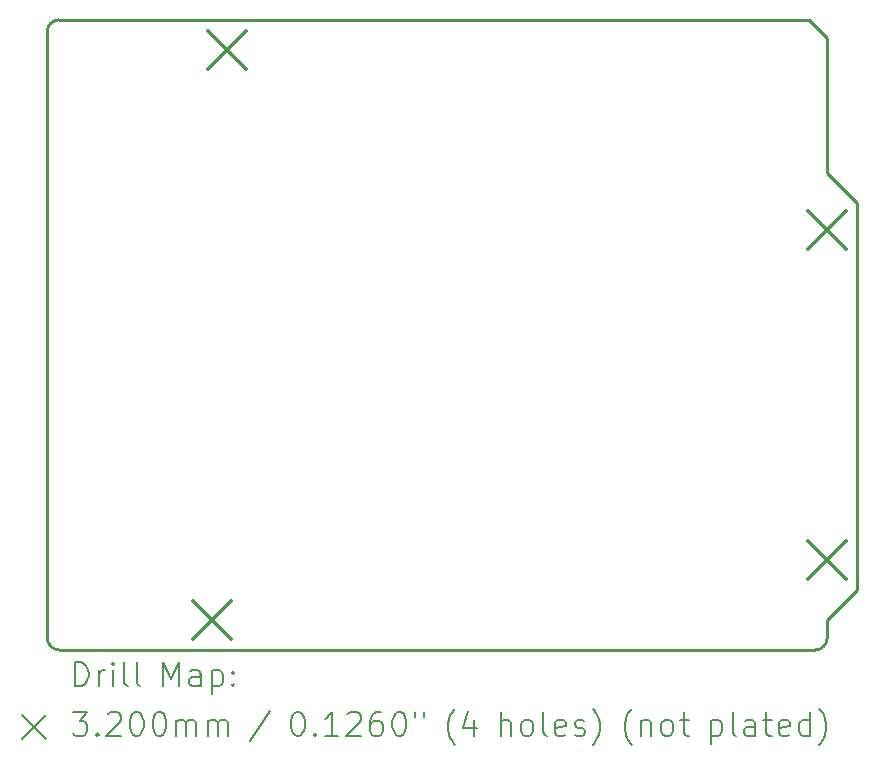
<source format=gbr>
%TF.GenerationSoftware,KiCad,Pcbnew,(7.0.0-0)*%
%TF.CreationDate,2023-02-27T08:41:11+01:00*%
%TF.ProjectId,Leonardo_Rev3e,4c656f6e-6172-4646-9f5f-52657633652e,3d*%
%TF.SameCoordinates,Original*%
%TF.FileFunction,Drillmap*%
%TF.FilePolarity,Positive*%
%FSLAX45Y45*%
G04 Gerber Fmt 4.5, Leading zero omitted, Abs format (unit mm)*
G04 Created by KiCad (PCBNEW (7.0.0-0)) date 2023-02-27 08:41:11*
%MOMM*%
%LPD*%
G01*
G04 APERTURE LIST*
%ADD10C,0.254000*%
%ADD11C,0.200000*%
%ADD12C,0.320000*%
G04 APERTURE END LIST*
D10*
X18025110Y-12913360D02*
X18025110Y-13067360D01*
X18025110Y-9128760D02*
X18279110Y-9382760D01*
X11421110Y-13067360D02*
X11421110Y-7933360D01*
X17872710Y-7833360D02*
X18025110Y-7985760D01*
X18279110Y-9382760D02*
X18279110Y-12659360D01*
X11421110Y-13067360D02*
G75*
G03*
X11521110Y-13167360I100000J0D01*
G01*
X18025110Y-7985760D02*
X18025110Y-9128760D01*
X11521110Y-7833360D02*
X17872710Y-7833360D01*
X17925110Y-13167360D02*
X11521110Y-13167360D01*
X11521110Y-7833360D02*
G75*
G03*
X11421110Y-7933360I0J-100000D01*
G01*
X17925110Y-13167360D02*
G75*
G03*
X18025110Y-13067360I0J100000D01*
G01*
X18279110Y-12659360D02*
X18025110Y-12913360D01*
D11*
D12*
X12658110Y-12753360D02*
X12978110Y-13073360D01*
X12978110Y-12753360D02*
X12658110Y-13073360D01*
X12785110Y-7927360D02*
X13105110Y-8247360D01*
X13105110Y-7927360D02*
X12785110Y-8247360D01*
X17865110Y-9451360D02*
X18185110Y-9771360D01*
X18185110Y-9451360D02*
X17865110Y-9771360D01*
X17865110Y-12245360D02*
X18185110Y-12565360D01*
X18185110Y-12245360D02*
X17865110Y-12565360D01*
D11*
X11656029Y-13473536D02*
X11656029Y-13273536D01*
X11656029Y-13273536D02*
X11703648Y-13273536D01*
X11703648Y-13273536D02*
X11732219Y-13283060D01*
X11732219Y-13283060D02*
X11751267Y-13302108D01*
X11751267Y-13302108D02*
X11760791Y-13321155D01*
X11760791Y-13321155D02*
X11770315Y-13359250D01*
X11770315Y-13359250D02*
X11770315Y-13387822D01*
X11770315Y-13387822D02*
X11760791Y-13425917D01*
X11760791Y-13425917D02*
X11751267Y-13444965D01*
X11751267Y-13444965D02*
X11732219Y-13464012D01*
X11732219Y-13464012D02*
X11703648Y-13473536D01*
X11703648Y-13473536D02*
X11656029Y-13473536D01*
X11856029Y-13473536D02*
X11856029Y-13340203D01*
X11856029Y-13378298D02*
X11865553Y-13359250D01*
X11865553Y-13359250D02*
X11875077Y-13349727D01*
X11875077Y-13349727D02*
X11894124Y-13340203D01*
X11894124Y-13340203D02*
X11913172Y-13340203D01*
X11979838Y-13473536D02*
X11979838Y-13340203D01*
X11979838Y-13273536D02*
X11970315Y-13283060D01*
X11970315Y-13283060D02*
X11979838Y-13292584D01*
X11979838Y-13292584D02*
X11989362Y-13283060D01*
X11989362Y-13283060D02*
X11979838Y-13273536D01*
X11979838Y-13273536D02*
X11979838Y-13292584D01*
X12103648Y-13473536D02*
X12084600Y-13464012D01*
X12084600Y-13464012D02*
X12075077Y-13444965D01*
X12075077Y-13444965D02*
X12075077Y-13273536D01*
X12208410Y-13473536D02*
X12189362Y-13464012D01*
X12189362Y-13464012D02*
X12179838Y-13444965D01*
X12179838Y-13444965D02*
X12179838Y-13273536D01*
X12404600Y-13473536D02*
X12404600Y-13273536D01*
X12404600Y-13273536D02*
X12471267Y-13416393D01*
X12471267Y-13416393D02*
X12537934Y-13273536D01*
X12537934Y-13273536D02*
X12537934Y-13473536D01*
X12718886Y-13473536D02*
X12718886Y-13368774D01*
X12718886Y-13368774D02*
X12709362Y-13349727D01*
X12709362Y-13349727D02*
X12690315Y-13340203D01*
X12690315Y-13340203D02*
X12652219Y-13340203D01*
X12652219Y-13340203D02*
X12633172Y-13349727D01*
X12718886Y-13464012D02*
X12699838Y-13473536D01*
X12699838Y-13473536D02*
X12652219Y-13473536D01*
X12652219Y-13473536D02*
X12633172Y-13464012D01*
X12633172Y-13464012D02*
X12623648Y-13444965D01*
X12623648Y-13444965D02*
X12623648Y-13425917D01*
X12623648Y-13425917D02*
X12633172Y-13406869D01*
X12633172Y-13406869D02*
X12652219Y-13397346D01*
X12652219Y-13397346D02*
X12699838Y-13397346D01*
X12699838Y-13397346D02*
X12718886Y-13387822D01*
X12814124Y-13340203D02*
X12814124Y-13540203D01*
X12814124Y-13349727D02*
X12833172Y-13340203D01*
X12833172Y-13340203D02*
X12871267Y-13340203D01*
X12871267Y-13340203D02*
X12890315Y-13349727D01*
X12890315Y-13349727D02*
X12899838Y-13359250D01*
X12899838Y-13359250D02*
X12909362Y-13378298D01*
X12909362Y-13378298D02*
X12909362Y-13435441D01*
X12909362Y-13435441D02*
X12899838Y-13454488D01*
X12899838Y-13454488D02*
X12890315Y-13464012D01*
X12890315Y-13464012D02*
X12871267Y-13473536D01*
X12871267Y-13473536D02*
X12833172Y-13473536D01*
X12833172Y-13473536D02*
X12814124Y-13464012D01*
X12995077Y-13454488D02*
X13004600Y-13464012D01*
X13004600Y-13464012D02*
X12995077Y-13473536D01*
X12995077Y-13473536D02*
X12985553Y-13464012D01*
X12985553Y-13464012D02*
X12995077Y-13454488D01*
X12995077Y-13454488D02*
X12995077Y-13473536D01*
X12995077Y-13349727D02*
X13004600Y-13359250D01*
X13004600Y-13359250D02*
X12995077Y-13368774D01*
X12995077Y-13368774D02*
X12985553Y-13359250D01*
X12985553Y-13359250D02*
X12995077Y-13349727D01*
X12995077Y-13349727D02*
X12995077Y-13368774D01*
X11208410Y-13720060D02*
X11408410Y-13920060D01*
X11408410Y-13720060D02*
X11208410Y-13920060D01*
X11636981Y-13693536D02*
X11760791Y-13693536D01*
X11760791Y-13693536D02*
X11694124Y-13769727D01*
X11694124Y-13769727D02*
X11722696Y-13769727D01*
X11722696Y-13769727D02*
X11741743Y-13779250D01*
X11741743Y-13779250D02*
X11751267Y-13788774D01*
X11751267Y-13788774D02*
X11760791Y-13807822D01*
X11760791Y-13807822D02*
X11760791Y-13855441D01*
X11760791Y-13855441D02*
X11751267Y-13874488D01*
X11751267Y-13874488D02*
X11741743Y-13884012D01*
X11741743Y-13884012D02*
X11722696Y-13893536D01*
X11722696Y-13893536D02*
X11665553Y-13893536D01*
X11665553Y-13893536D02*
X11646505Y-13884012D01*
X11646505Y-13884012D02*
X11636981Y-13874488D01*
X11846505Y-13874488D02*
X11856029Y-13884012D01*
X11856029Y-13884012D02*
X11846505Y-13893536D01*
X11846505Y-13893536D02*
X11836981Y-13884012D01*
X11836981Y-13884012D02*
X11846505Y-13874488D01*
X11846505Y-13874488D02*
X11846505Y-13893536D01*
X11932219Y-13712584D02*
X11941743Y-13703060D01*
X11941743Y-13703060D02*
X11960791Y-13693536D01*
X11960791Y-13693536D02*
X12008410Y-13693536D01*
X12008410Y-13693536D02*
X12027458Y-13703060D01*
X12027458Y-13703060D02*
X12036981Y-13712584D01*
X12036981Y-13712584D02*
X12046505Y-13731631D01*
X12046505Y-13731631D02*
X12046505Y-13750679D01*
X12046505Y-13750679D02*
X12036981Y-13779250D01*
X12036981Y-13779250D02*
X11922696Y-13893536D01*
X11922696Y-13893536D02*
X12046505Y-13893536D01*
X12170315Y-13693536D02*
X12189362Y-13693536D01*
X12189362Y-13693536D02*
X12208410Y-13703060D01*
X12208410Y-13703060D02*
X12217934Y-13712584D01*
X12217934Y-13712584D02*
X12227458Y-13731631D01*
X12227458Y-13731631D02*
X12236981Y-13769727D01*
X12236981Y-13769727D02*
X12236981Y-13817346D01*
X12236981Y-13817346D02*
X12227458Y-13855441D01*
X12227458Y-13855441D02*
X12217934Y-13874488D01*
X12217934Y-13874488D02*
X12208410Y-13884012D01*
X12208410Y-13884012D02*
X12189362Y-13893536D01*
X12189362Y-13893536D02*
X12170315Y-13893536D01*
X12170315Y-13893536D02*
X12151267Y-13884012D01*
X12151267Y-13884012D02*
X12141743Y-13874488D01*
X12141743Y-13874488D02*
X12132219Y-13855441D01*
X12132219Y-13855441D02*
X12122696Y-13817346D01*
X12122696Y-13817346D02*
X12122696Y-13769727D01*
X12122696Y-13769727D02*
X12132219Y-13731631D01*
X12132219Y-13731631D02*
X12141743Y-13712584D01*
X12141743Y-13712584D02*
X12151267Y-13703060D01*
X12151267Y-13703060D02*
X12170315Y-13693536D01*
X12360791Y-13693536D02*
X12379839Y-13693536D01*
X12379839Y-13693536D02*
X12398886Y-13703060D01*
X12398886Y-13703060D02*
X12408410Y-13712584D01*
X12408410Y-13712584D02*
X12417934Y-13731631D01*
X12417934Y-13731631D02*
X12427458Y-13769727D01*
X12427458Y-13769727D02*
X12427458Y-13817346D01*
X12427458Y-13817346D02*
X12417934Y-13855441D01*
X12417934Y-13855441D02*
X12408410Y-13874488D01*
X12408410Y-13874488D02*
X12398886Y-13884012D01*
X12398886Y-13884012D02*
X12379839Y-13893536D01*
X12379839Y-13893536D02*
X12360791Y-13893536D01*
X12360791Y-13893536D02*
X12341743Y-13884012D01*
X12341743Y-13884012D02*
X12332219Y-13874488D01*
X12332219Y-13874488D02*
X12322696Y-13855441D01*
X12322696Y-13855441D02*
X12313172Y-13817346D01*
X12313172Y-13817346D02*
X12313172Y-13769727D01*
X12313172Y-13769727D02*
X12322696Y-13731631D01*
X12322696Y-13731631D02*
X12332219Y-13712584D01*
X12332219Y-13712584D02*
X12341743Y-13703060D01*
X12341743Y-13703060D02*
X12360791Y-13693536D01*
X12513172Y-13893536D02*
X12513172Y-13760203D01*
X12513172Y-13779250D02*
X12522696Y-13769727D01*
X12522696Y-13769727D02*
X12541743Y-13760203D01*
X12541743Y-13760203D02*
X12570315Y-13760203D01*
X12570315Y-13760203D02*
X12589362Y-13769727D01*
X12589362Y-13769727D02*
X12598886Y-13788774D01*
X12598886Y-13788774D02*
X12598886Y-13893536D01*
X12598886Y-13788774D02*
X12608410Y-13769727D01*
X12608410Y-13769727D02*
X12627458Y-13760203D01*
X12627458Y-13760203D02*
X12656029Y-13760203D01*
X12656029Y-13760203D02*
X12675077Y-13769727D01*
X12675077Y-13769727D02*
X12684600Y-13788774D01*
X12684600Y-13788774D02*
X12684600Y-13893536D01*
X12779839Y-13893536D02*
X12779839Y-13760203D01*
X12779839Y-13779250D02*
X12789362Y-13769727D01*
X12789362Y-13769727D02*
X12808410Y-13760203D01*
X12808410Y-13760203D02*
X12836981Y-13760203D01*
X12836981Y-13760203D02*
X12856029Y-13769727D01*
X12856029Y-13769727D02*
X12865553Y-13788774D01*
X12865553Y-13788774D02*
X12865553Y-13893536D01*
X12865553Y-13788774D02*
X12875077Y-13769727D01*
X12875077Y-13769727D02*
X12894124Y-13760203D01*
X12894124Y-13760203D02*
X12922696Y-13760203D01*
X12922696Y-13760203D02*
X12941743Y-13769727D01*
X12941743Y-13769727D02*
X12951267Y-13788774D01*
X12951267Y-13788774D02*
X12951267Y-13893536D01*
X13309362Y-13684012D02*
X13137934Y-13941155D01*
X13534124Y-13693536D02*
X13553172Y-13693536D01*
X13553172Y-13693536D02*
X13572220Y-13703060D01*
X13572220Y-13703060D02*
X13581743Y-13712584D01*
X13581743Y-13712584D02*
X13591267Y-13731631D01*
X13591267Y-13731631D02*
X13600791Y-13769727D01*
X13600791Y-13769727D02*
X13600791Y-13817346D01*
X13600791Y-13817346D02*
X13591267Y-13855441D01*
X13591267Y-13855441D02*
X13581743Y-13874488D01*
X13581743Y-13874488D02*
X13572220Y-13884012D01*
X13572220Y-13884012D02*
X13553172Y-13893536D01*
X13553172Y-13893536D02*
X13534124Y-13893536D01*
X13534124Y-13893536D02*
X13515077Y-13884012D01*
X13515077Y-13884012D02*
X13505553Y-13874488D01*
X13505553Y-13874488D02*
X13496029Y-13855441D01*
X13496029Y-13855441D02*
X13486505Y-13817346D01*
X13486505Y-13817346D02*
X13486505Y-13769727D01*
X13486505Y-13769727D02*
X13496029Y-13731631D01*
X13496029Y-13731631D02*
X13505553Y-13712584D01*
X13505553Y-13712584D02*
X13515077Y-13703060D01*
X13515077Y-13703060D02*
X13534124Y-13693536D01*
X13686505Y-13874488D02*
X13696029Y-13884012D01*
X13696029Y-13884012D02*
X13686505Y-13893536D01*
X13686505Y-13893536D02*
X13676981Y-13884012D01*
X13676981Y-13884012D02*
X13686505Y-13874488D01*
X13686505Y-13874488D02*
X13686505Y-13893536D01*
X13886505Y-13893536D02*
X13772220Y-13893536D01*
X13829362Y-13893536D02*
X13829362Y-13693536D01*
X13829362Y-13693536D02*
X13810315Y-13722108D01*
X13810315Y-13722108D02*
X13791267Y-13741155D01*
X13791267Y-13741155D02*
X13772220Y-13750679D01*
X13962696Y-13712584D02*
X13972220Y-13703060D01*
X13972220Y-13703060D02*
X13991267Y-13693536D01*
X13991267Y-13693536D02*
X14038886Y-13693536D01*
X14038886Y-13693536D02*
X14057934Y-13703060D01*
X14057934Y-13703060D02*
X14067458Y-13712584D01*
X14067458Y-13712584D02*
X14076981Y-13731631D01*
X14076981Y-13731631D02*
X14076981Y-13750679D01*
X14076981Y-13750679D02*
X14067458Y-13779250D01*
X14067458Y-13779250D02*
X13953172Y-13893536D01*
X13953172Y-13893536D02*
X14076981Y-13893536D01*
X14248410Y-13693536D02*
X14210315Y-13693536D01*
X14210315Y-13693536D02*
X14191267Y-13703060D01*
X14191267Y-13703060D02*
X14181743Y-13712584D01*
X14181743Y-13712584D02*
X14162696Y-13741155D01*
X14162696Y-13741155D02*
X14153172Y-13779250D01*
X14153172Y-13779250D02*
X14153172Y-13855441D01*
X14153172Y-13855441D02*
X14162696Y-13874488D01*
X14162696Y-13874488D02*
X14172220Y-13884012D01*
X14172220Y-13884012D02*
X14191267Y-13893536D01*
X14191267Y-13893536D02*
X14229362Y-13893536D01*
X14229362Y-13893536D02*
X14248410Y-13884012D01*
X14248410Y-13884012D02*
X14257934Y-13874488D01*
X14257934Y-13874488D02*
X14267458Y-13855441D01*
X14267458Y-13855441D02*
X14267458Y-13807822D01*
X14267458Y-13807822D02*
X14257934Y-13788774D01*
X14257934Y-13788774D02*
X14248410Y-13779250D01*
X14248410Y-13779250D02*
X14229362Y-13769727D01*
X14229362Y-13769727D02*
X14191267Y-13769727D01*
X14191267Y-13769727D02*
X14172220Y-13779250D01*
X14172220Y-13779250D02*
X14162696Y-13788774D01*
X14162696Y-13788774D02*
X14153172Y-13807822D01*
X14391267Y-13693536D02*
X14410315Y-13693536D01*
X14410315Y-13693536D02*
X14429362Y-13703060D01*
X14429362Y-13703060D02*
X14438886Y-13712584D01*
X14438886Y-13712584D02*
X14448410Y-13731631D01*
X14448410Y-13731631D02*
X14457934Y-13769727D01*
X14457934Y-13769727D02*
X14457934Y-13817346D01*
X14457934Y-13817346D02*
X14448410Y-13855441D01*
X14448410Y-13855441D02*
X14438886Y-13874488D01*
X14438886Y-13874488D02*
X14429362Y-13884012D01*
X14429362Y-13884012D02*
X14410315Y-13893536D01*
X14410315Y-13893536D02*
X14391267Y-13893536D01*
X14391267Y-13893536D02*
X14372220Y-13884012D01*
X14372220Y-13884012D02*
X14362696Y-13874488D01*
X14362696Y-13874488D02*
X14353172Y-13855441D01*
X14353172Y-13855441D02*
X14343648Y-13817346D01*
X14343648Y-13817346D02*
X14343648Y-13769727D01*
X14343648Y-13769727D02*
X14353172Y-13731631D01*
X14353172Y-13731631D02*
X14362696Y-13712584D01*
X14362696Y-13712584D02*
X14372220Y-13703060D01*
X14372220Y-13703060D02*
X14391267Y-13693536D01*
X14534124Y-13693536D02*
X14534124Y-13731631D01*
X14610315Y-13693536D02*
X14610315Y-13731631D01*
X14873172Y-13969727D02*
X14863648Y-13960203D01*
X14863648Y-13960203D02*
X14844601Y-13931631D01*
X14844601Y-13931631D02*
X14835077Y-13912584D01*
X14835077Y-13912584D02*
X14825553Y-13884012D01*
X14825553Y-13884012D02*
X14816029Y-13836393D01*
X14816029Y-13836393D02*
X14816029Y-13798298D01*
X14816029Y-13798298D02*
X14825553Y-13750679D01*
X14825553Y-13750679D02*
X14835077Y-13722108D01*
X14835077Y-13722108D02*
X14844601Y-13703060D01*
X14844601Y-13703060D02*
X14863648Y-13674488D01*
X14863648Y-13674488D02*
X14873172Y-13664965D01*
X15035077Y-13760203D02*
X15035077Y-13893536D01*
X14987458Y-13684012D02*
X14939839Y-13826869D01*
X14939839Y-13826869D02*
X15063648Y-13826869D01*
X15259839Y-13893536D02*
X15259839Y-13693536D01*
X15345553Y-13893536D02*
X15345553Y-13788774D01*
X15345553Y-13788774D02*
X15336029Y-13769727D01*
X15336029Y-13769727D02*
X15316982Y-13760203D01*
X15316982Y-13760203D02*
X15288410Y-13760203D01*
X15288410Y-13760203D02*
X15269362Y-13769727D01*
X15269362Y-13769727D02*
X15259839Y-13779250D01*
X15469362Y-13893536D02*
X15450315Y-13884012D01*
X15450315Y-13884012D02*
X15440791Y-13874488D01*
X15440791Y-13874488D02*
X15431267Y-13855441D01*
X15431267Y-13855441D02*
X15431267Y-13798298D01*
X15431267Y-13798298D02*
X15440791Y-13779250D01*
X15440791Y-13779250D02*
X15450315Y-13769727D01*
X15450315Y-13769727D02*
X15469362Y-13760203D01*
X15469362Y-13760203D02*
X15497934Y-13760203D01*
X15497934Y-13760203D02*
X15516982Y-13769727D01*
X15516982Y-13769727D02*
X15526505Y-13779250D01*
X15526505Y-13779250D02*
X15536029Y-13798298D01*
X15536029Y-13798298D02*
X15536029Y-13855441D01*
X15536029Y-13855441D02*
X15526505Y-13874488D01*
X15526505Y-13874488D02*
X15516982Y-13884012D01*
X15516982Y-13884012D02*
X15497934Y-13893536D01*
X15497934Y-13893536D02*
X15469362Y-13893536D01*
X15650315Y-13893536D02*
X15631267Y-13884012D01*
X15631267Y-13884012D02*
X15621743Y-13864965D01*
X15621743Y-13864965D02*
X15621743Y-13693536D01*
X15802696Y-13884012D02*
X15783648Y-13893536D01*
X15783648Y-13893536D02*
X15745553Y-13893536D01*
X15745553Y-13893536D02*
X15726505Y-13884012D01*
X15726505Y-13884012D02*
X15716982Y-13864965D01*
X15716982Y-13864965D02*
X15716982Y-13788774D01*
X15716982Y-13788774D02*
X15726505Y-13769727D01*
X15726505Y-13769727D02*
X15745553Y-13760203D01*
X15745553Y-13760203D02*
X15783648Y-13760203D01*
X15783648Y-13760203D02*
X15802696Y-13769727D01*
X15802696Y-13769727D02*
X15812220Y-13788774D01*
X15812220Y-13788774D02*
X15812220Y-13807822D01*
X15812220Y-13807822D02*
X15716982Y-13826869D01*
X15888410Y-13884012D02*
X15907458Y-13893536D01*
X15907458Y-13893536D02*
X15945553Y-13893536D01*
X15945553Y-13893536D02*
X15964601Y-13884012D01*
X15964601Y-13884012D02*
X15974124Y-13864965D01*
X15974124Y-13864965D02*
X15974124Y-13855441D01*
X15974124Y-13855441D02*
X15964601Y-13836393D01*
X15964601Y-13836393D02*
X15945553Y-13826869D01*
X15945553Y-13826869D02*
X15916982Y-13826869D01*
X15916982Y-13826869D02*
X15897934Y-13817346D01*
X15897934Y-13817346D02*
X15888410Y-13798298D01*
X15888410Y-13798298D02*
X15888410Y-13788774D01*
X15888410Y-13788774D02*
X15897934Y-13769727D01*
X15897934Y-13769727D02*
X15916982Y-13760203D01*
X15916982Y-13760203D02*
X15945553Y-13760203D01*
X15945553Y-13760203D02*
X15964601Y-13769727D01*
X16040791Y-13969727D02*
X16050315Y-13960203D01*
X16050315Y-13960203D02*
X16069363Y-13931631D01*
X16069363Y-13931631D02*
X16078886Y-13912584D01*
X16078886Y-13912584D02*
X16088410Y-13884012D01*
X16088410Y-13884012D02*
X16097934Y-13836393D01*
X16097934Y-13836393D02*
X16097934Y-13798298D01*
X16097934Y-13798298D02*
X16088410Y-13750679D01*
X16088410Y-13750679D02*
X16078886Y-13722108D01*
X16078886Y-13722108D02*
X16069363Y-13703060D01*
X16069363Y-13703060D02*
X16050315Y-13674488D01*
X16050315Y-13674488D02*
X16040791Y-13664965D01*
X16370315Y-13969727D02*
X16360791Y-13960203D01*
X16360791Y-13960203D02*
X16341743Y-13931631D01*
X16341743Y-13931631D02*
X16332220Y-13912584D01*
X16332220Y-13912584D02*
X16322696Y-13884012D01*
X16322696Y-13884012D02*
X16313172Y-13836393D01*
X16313172Y-13836393D02*
X16313172Y-13798298D01*
X16313172Y-13798298D02*
X16322696Y-13750679D01*
X16322696Y-13750679D02*
X16332220Y-13722108D01*
X16332220Y-13722108D02*
X16341743Y-13703060D01*
X16341743Y-13703060D02*
X16360791Y-13674488D01*
X16360791Y-13674488D02*
X16370315Y-13664965D01*
X16446505Y-13760203D02*
X16446505Y-13893536D01*
X16446505Y-13779250D02*
X16456029Y-13769727D01*
X16456029Y-13769727D02*
X16475077Y-13760203D01*
X16475077Y-13760203D02*
X16503648Y-13760203D01*
X16503648Y-13760203D02*
X16522696Y-13769727D01*
X16522696Y-13769727D02*
X16532220Y-13788774D01*
X16532220Y-13788774D02*
X16532220Y-13893536D01*
X16656029Y-13893536D02*
X16636982Y-13884012D01*
X16636982Y-13884012D02*
X16627458Y-13874488D01*
X16627458Y-13874488D02*
X16617934Y-13855441D01*
X16617934Y-13855441D02*
X16617934Y-13798298D01*
X16617934Y-13798298D02*
X16627458Y-13779250D01*
X16627458Y-13779250D02*
X16636982Y-13769727D01*
X16636982Y-13769727D02*
X16656029Y-13760203D01*
X16656029Y-13760203D02*
X16684601Y-13760203D01*
X16684601Y-13760203D02*
X16703648Y-13769727D01*
X16703648Y-13769727D02*
X16713172Y-13779250D01*
X16713172Y-13779250D02*
X16722696Y-13798298D01*
X16722696Y-13798298D02*
X16722696Y-13855441D01*
X16722696Y-13855441D02*
X16713172Y-13874488D01*
X16713172Y-13874488D02*
X16703648Y-13884012D01*
X16703648Y-13884012D02*
X16684601Y-13893536D01*
X16684601Y-13893536D02*
X16656029Y-13893536D01*
X16779839Y-13760203D02*
X16856029Y-13760203D01*
X16808410Y-13693536D02*
X16808410Y-13864965D01*
X16808410Y-13864965D02*
X16817934Y-13884012D01*
X16817934Y-13884012D02*
X16836982Y-13893536D01*
X16836982Y-13893536D02*
X16856029Y-13893536D01*
X17042696Y-13760203D02*
X17042696Y-13960203D01*
X17042696Y-13769727D02*
X17061744Y-13760203D01*
X17061744Y-13760203D02*
X17099839Y-13760203D01*
X17099839Y-13760203D02*
X17118886Y-13769727D01*
X17118886Y-13769727D02*
X17128410Y-13779250D01*
X17128410Y-13779250D02*
X17137934Y-13798298D01*
X17137934Y-13798298D02*
X17137934Y-13855441D01*
X17137934Y-13855441D02*
X17128410Y-13874488D01*
X17128410Y-13874488D02*
X17118886Y-13884012D01*
X17118886Y-13884012D02*
X17099839Y-13893536D01*
X17099839Y-13893536D02*
X17061744Y-13893536D01*
X17061744Y-13893536D02*
X17042696Y-13884012D01*
X17252220Y-13893536D02*
X17233172Y-13884012D01*
X17233172Y-13884012D02*
X17223648Y-13864965D01*
X17223648Y-13864965D02*
X17223648Y-13693536D01*
X17414125Y-13893536D02*
X17414125Y-13788774D01*
X17414125Y-13788774D02*
X17404601Y-13769727D01*
X17404601Y-13769727D02*
X17385553Y-13760203D01*
X17385553Y-13760203D02*
X17347458Y-13760203D01*
X17347458Y-13760203D02*
X17328410Y-13769727D01*
X17414125Y-13884012D02*
X17395077Y-13893536D01*
X17395077Y-13893536D02*
X17347458Y-13893536D01*
X17347458Y-13893536D02*
X17328410Y-13884012D01*
X17328410Y-13884012D02*
X17318886Y-13864965D01*
X17318886Y-13864965D02*
X17318886Y-13845917D01*
X17318886Y-13845917D02*
X17328410Y-13826869D01*
X17328410Y-13826869D02*
X17347458Y-13817346D01*
X17347458Y-13817346D02*
X17395077Y-13817346D01*
X17395077Y-13817346D02*
X17414125Y-13807822D01*
X17480791Y-13760203D02*
X17556982Y-13760203D01*
X17509363Y-13693536D02*
X17509363Y-13864965D01*
X17509363Y-13864965D02*
X17518886Y-13884012D01*
X17518886Y-13884012D02*
X17537934Y-13893536D01*
X17537934Y-13893536D02*
X17556982Y-13893536D01*
X17699839Y-13884012D02*
X17680791Y-13893536D01*
X17680791Y-13893536D02*
X17642696Y-13893536D01*
X17642696Y-13893536D02*
X17623648Y-13884012D01*
X17623648Y-13884012D02*
X17614125Y-13864965D01*
X17614125Y-13864965D02*
X17614125Y-13788774D01*
X17614125Y-13788774D02*
X17623648Y-13769727D01*
X17623648Y-13769727D02*
X17642696Y-13760203D01*
X17642696Y-13760203D02*
X17680791Y-13760203D01*
X17680791Y-13760203D02*
X17699839Y-13769727D01*
X17699839Y-13769727D02*
X17709363Y-13788774D01*
X17709363Y-13788774D02*
X17709363Y-13807822D01*
X17709363Y-13807822D02*
X17614125Y-13826869D01*
X17880791Y-13893536D02*
X17880791Y-13693536D01*
X17880791Y-13884012D02*
X17861744Y-13893536D01*
X17861744Y-13893536D02*
X17823648Y-13893536D01*
X17823648Y-13893536D02*
X17804601Y-13884012D01*
X17804601Y-13884012D02*
X17795077Y-13874488D01*
X17795077Y-13874488D02*
X17785553Y-13855441D01*
X17785553Y-13855441D02*
X17785553Y-13798298D01*
X17785553Y-13798298D02*
X17795077Y-13779250D01*
X17795077Y-13779250D02*
X17804601Y-13769727D01*
X17804601Y-13769727D02*
X17823648Y-13760203D01*
X17823648Y-13760203D02*
X17861744Y-13760203D01*
X17861744Y-13760203D02*
X17880791Y-13769727D01*
X17956982Y-13969727D02*
X17966506Y-13960203D01*
X17966506Y-13960203D02*
X17985553Y-13931631D01*
X17985553Y-13931631D02*
X17995077Y-13912584D01*
X17995077Y-13912584D02*
X18004601Y-13884012D01*
X18004601Y-13884012D02*
X18014125Y-13836393D01*
X18014125Y-13836393D02*
X18014125Y-13798298D01*
X18014125Y-13798298D02*
X18004601Y-13750679D01*
X18004601Y-13750679D02*
X17995077Y-13722108D01*
X17995077Y-13722108D02*
X17985553Y-13703060D01*
X17985553Y-13703060D02*
X17966506Y-13674488D01*
X17966506Y-13674488D02*
X17956982Y-13664965D01*
M02*

</source>
